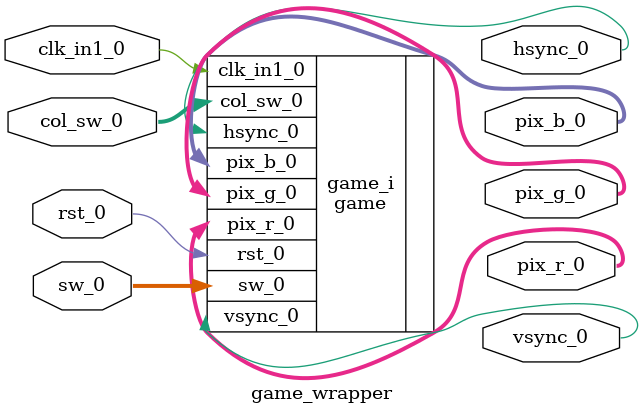
<source format=v>
`timescale 1 ps / 1 ps

module game_wrapper
   (clk_in1_0,
    col_sw_0,
    hsync_0,
    pix_b_0,
    pix_g_0,
    pix_r_0,
    rst_0,
    sw_0,
    vsync_0);
  input clk_in1_0;
  input [11:0]col_sw_0;
  output hsync_0;
  output [3:0]pix_b_0;
  output [3:0]pix_g_0;
  output [3:0]pix_r_0;
  input rst_0;
  input [4:0]sw_0;
  output vsync_0;

  wire clk_in1_0;
  wire [11:0]col_sw_0;
  wire hsync_0;
  wire [3:0]pix_b_0;
  wire [3:0]pix_g_0;
  wire [3:0]pix_r_0;
  wire rst_0;
  wire [4:0]sw_0;
  wire vsync_0;

  game game_i
       (.clk_in1_0(clk_in1_0),
        .col_sw_0(col_sw_0),
        .hsync_0(hsync_0),
        .pix_b_0(pix_b_0),
        .pix_g_0(pix_g_0),
        .pix_r_0(pix_r_0),
        .rst_0(rst_0),
        .sw_0(sw_0),
        .vsync_0(vsync_0));
endmodule

</source>
